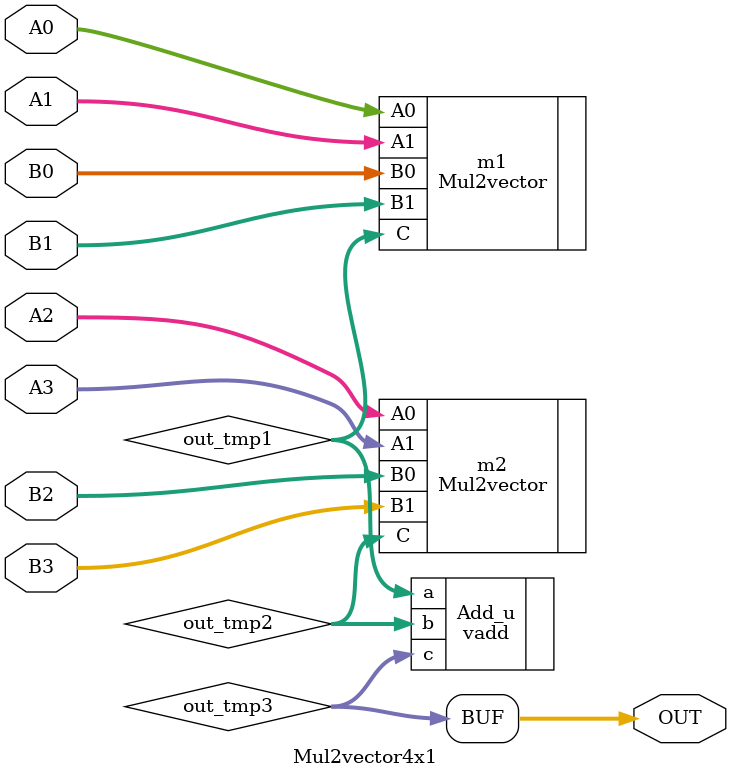
<source format=v>
module Mul2vector4x1(
	input  [15:0] A0,A1,A2,A3,B0,B1,B2,B3,
	output [15:0] OUT

);
	wire [15:0] out_tmp1,out_tmp2;
	wire [15:0] out_tmp3;
	//wire sign;

	Mul2vector m1(.A0(A0),.A1(A1),.B0(B0),.B1(B1),.C(out_tmp1));
	Mul2vector m2(.A0(A2),.A1(A3),.B0(B2),.B1(B3),.C(out_tmp2));
	
	vadd #(8,16) Add_u(.a(out_tmp1),.b(out_tmp2),.c(out_tmp3)); 
	//assign OUT1 = out_tmp1;
	//assign OUT2 = out_tmp2;
	assign OUT = out_tmp3;
	
endmodule 
</source>
